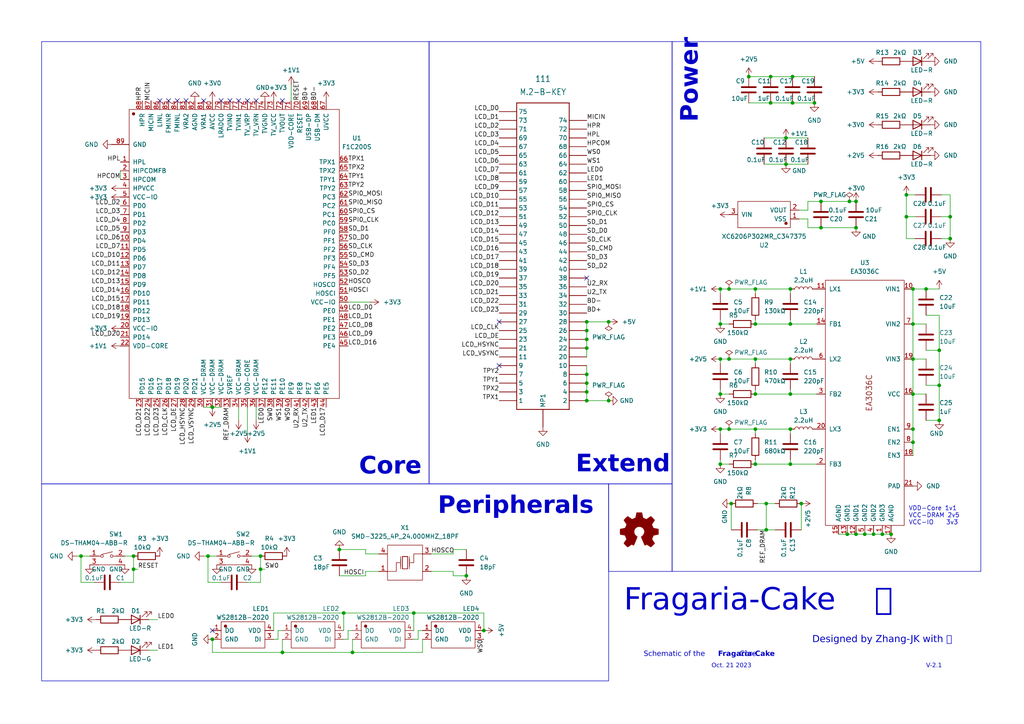
<source format=kicad_sch>
(kicad_sch (version 20230121) (generator eeschema)
  (paper "A4")
  (junction (at 222.25 146.05))
  (junction (at 227.965 47.625))
  (junction (at 75.565 165.1))
  (junction (at 23.495 161.29))
  (junction (at 250.825 154.94))
  (junction (at 264.795 114.3))
  (junction (at 229.235 93.98))
  (junction (at 120.015 177.8))
  (junction (at 170.18 98.425))
  (junction (at 255.905 154.94))
  (junction (at 219.075 114.3))
  (junction (at 81.915 189.23))
  (junction (at 219.075 104.14))
  (junction (at 262.89 62.865))
  (junction (at 272.415 121.92))
  (junction (at 248.285 58.42))
  (junction (at 227.965 40.005))
  (junction (at 208.915 114.3))
  (junction (at 170.18 95.885))
  (junction (at 229.87 29.845))
  (junction (at 262.89 56.515))
  (junction (at 217.17 22.225))
  (junction (at 208.915 104.14))
  (junction (at 219.075 93.98))
  (junction (at 102.235 189.23))
  (junction (at 245.745 154.94))
  (junction (at 268.605 83.82))
  (junction (at 219.075 134.62))
  (junction (at 253.365 154.94))
  (junction (at 229.87 22.225))
  (junction (at 38.735 165.1))
  (junction (at 135.255 167.005))
  (junction (at 232.41 146.05))
  (junction (at 248.285 154.94))
  (junction (at 229.235 83.82))
  (junction (at 60.325 161.29))
  (junction (at 99.695 177.8))
  (junction (at 272.415 101.6))
  (junction (at 98.425 159.385))
  (junction (at 208.915 83.82))
  (junction (at 211.455 83.82))
  (junction (at 75.565 161.29))
  (junction (at 264.795 124.46))
  (junction (at 212.09 146.05))
  (junction (at 229.235 124.46))
  (junction (at 211.455 104.14))
  (junction (at 219.075 83.82))
  (junction (at 170.18 93.345))
  (junction (at 248.285 66.04))
  (junction (at 61.595 118.11))
  (junction (at 170.18 111.125))
  (junction (at 38.735 161.29))
  (junction (at 275.59 69.215))
  (junction (at 229.235 104.14))
  (junction (at 208.915 134.62))
  (junction (at 229.235 134.62))
  (junction (at 219.075 124.46))
  (junction (at 264.795 83.82))
  (junction (at 229.235 114.3))
  (junction (at 236.22 29.845))
  (junction (at 176.53 93.345))
  (junction (at 208.915 124.46))
  (junction (at 223.52 29.845))
  (junction (at 222.25 153.67))
  (junction (at 246.38 58.42))
  (junction (at 238.125 58.42))
  (junction (at 208.915 93.98))
  (junction (at 258.445 154.94))
  (junction (at 170.18 116.205))
  (junction (at 211.455 124.46))
  (junction (at 275.59 62.865))
  (junction (at 264.795 104.14))
  (junction (at 264.795 93.98))
  (junction (at 176.53 116.205))
  (junction (at 223.52 22.225))
  (junction (at 61.595 185.42))
  (junction (at 238.125 66.04))
  (junction (at 272.415 111.76))
  (junction (at 140.335 182.88))
  (junction (at 264.795 128.27))
  (junction (at 170.18 113.665))
  (junction (at 170.18 108.585))
  (junction (at 170.18 100.965))
  (no_connect (at 51.435 29.21))
  (no_connect (at 81.915 29.21))
  (no_connect (at 170.18 80.645))
  (no_connect (at 64.135 29.21))
  (no_connect (at 74.295 29.21))
  (no_connect (at 71.755 29.21))
  (no_connect (at 48.895 29.21))
  (no_connect (at 61.595 182.88))
  (no_connect (at 59.055 29.21))
  (no_connect (at 46.355 29.21))
  (no_connect (at 53.975 29.21))
  (no_connect (at 66.675 29.21))
  (no_connect (at 144.78 93.345))
  (no_connect (at 144.78 106.045))
  (no_connect (at 69.215 29.21))
  (wire (pts (xy 238.125 66.04) (xy 248.285 66.04)))
  (wire (pts (xy 208.915 124.46) (xy 211.455 124.46)))
  (wire (pts (xy 34.925 49.53) (xy 34.925 52.07)))
  (wire (pts (xy 59.055 161.29) (xy 60.325 161.29)))
  (wire (pts (xy 106.045 160.655) (xy 106.045 159.385)))
  (wire (pts (xy 211.455 83.82) (xy 219.075 83.82)))
  (wire (pts (xy 23.495 168.91) (xy 27.305 168.91)))
  (wire (pts (xy 208.915 85.09) (xy 208.915 83.82)))
  (wire (pts (xy 253.365 154.94) (xy 255.905 154.94)))
  (wire (pts (xy 268.605 111.76) (xy 272.415 111.76)))
  (wire (pts (xy 59.055 118.11) (xy 61.595 118.11)))
  (wire (pts (xy 223.52 29.845) (xy 229.87 29.845)))
  (wire (pts (xy 223.52 22.225) (xy 229.87 22.225)))
  (wire (pts (xy 208.915 93.98) (xy 208.915 92.71)))
  (wire (pts (xy 238.125 58.42) (xy 246.38 58.42)))
  (wire (pts (xy 268.605 83.82) (xy 272.415 83.82)))
  (wire (pts (xy 264.795 93.98) (xy 264.795 104.14)))
  (wire (pts (xy 61.595 185.42) (xy 61.595 189.23)))
  (wire (pts (xy 219.075 124.46) (xy 229.235 124.46)))
  (wire (pts (xy 229.87 29.845) (xy 236.22 29.845)))
  (wire (pts (xy 84.455 24.765) (xy 84.455 29.21)))
  (wire (pts (xy 272.415 111.76) (xy 272.415 121.92)))
  (wire (pts (xy 211.455 124.46) (xy 219.075 124.46)))
  (wire (pts (xy 60.325 168.91) (xy 64.135 168.91)))
  (wire (pts (xy 222.25 146.05) (xy 219.71 146.05)))
  (wire (pts (xy 229.235 85.09) (xy 229.235 83.82)))
  (wire (pts (xy 81.915 189.23) (xy 102.235 189.23)))
  (wire (pts (xy 227.965 47.625) (xy 234.315 47.625)))
  (wire (pts (xy 246.38 58.42) (xy 248.285 58.42)))
  (wire (pts (xy 131.445 167.005) (xy 135.255 167.005)))
  (wire (pts (xy 106.045 159.385) (xy 98.425 159.385)))
  (wire (pts (xy 219.075 133.35) (xy 219.075 134.62)))
  (wire (pts (xy 217.17 22.225) (xy 223.52 22.225)))
  (wire (pts (xy 75.565 161.29) (xy 73.025 161.29)))
  (wire (pts (xy 264.795 114.3) (xy 268.605 114.3)))
  (wire (pts (xy 273.05 62.865) (xy 275.59 62.865)))
  (wire (pts (xy 229.87 22.225) (xy 236.22 22.225)))
  (wire (pts (xy 236.855 93.98) (xy 229.235 93.98)))
  (wire (pts (xy 229.235 113.03) (xy 229.235 114.3)))
  (wire (pts (xy 170.18 108.585) (xy 170.18 106.045)))
  (wire (pts (xy 75.565 161.29) (xy 75.565 165.1)))
  (wire (pts (xy 131.445 160.655) (xy 131.445 159.385)))
  (wire (pts (xy 211.455 104.14) (xy 219.075 104.14)))
  (wire (pts (xy 208.915 83.82) (xy 211.455 83.82)))
  (wire (pts (xy 102.235 182.88) (xy 100.965 182.88)))
  (wire (pts (xy 229.235 114.3) (xy 236.855 114.3)))
  (wire (pts (xy 229.235 105.41) (xy 229.235 104.14)))
  (wire (pts (xy 120.015 177.8) (xy 120.015 182.88)))
  (wire (pts (xy 264.795 93.98) (xy 268.605 93.98)))
  (wire (pts (xy 34.925 168.91) (xy 38.735 168.91)))
  (wire (pts (xy 264.795 104.14) (xy 268.605 104.14)))
  (wire (pts (xy 208.915 104.14) (xy 211.455 104.14)))
  (wire (pts (xy 224.79 146.05) (xy 222.25 146.05)))
  (wire (pts (xy 268.605 91.44) (xy 272.415 91.44)))
  (wire (pts (xy 262.89 56.515) (xy 265.43 56.515)))
  (wire (pts (xy 121.285 182.88) (xy 121.285 185.42)))
  (wire (pts (xy 60.325 161.29) (xy 62.865 161.29)))
  (wire (pts (xy 170.18 116.205) (xy 170.18 113.665)))
  (wire (pts (xy 60.325 161.29) (xy 60.325 168.91)))
  (wire (pts (xy 229.235 133.35) (xy 229.235 134.62)))
  (wire (pts (xy 81.915 182.88) (xy 80.645 182.88)))
  (wire (pts (xy 170.18 95.885) (xy 170.18 98.425)))
  (wire (pts (xy 219.075 114.3) (xy 229.235 114.3)))
  (wire (pts (xy 170.18 93.345) (xy 170.18 95.885)))
  (wire (pts (xy 212.09 146.05) (xy 212.09 153.67)))
  (wire (pts (xy 272.415 111.76) (xy 272.415 101.6)))
  (wire (pts (xy 100.965 185.42) (xy 99.695 185.42)))
  (wire (pts (xy 264.795 114.3) (xy 264.795 124.46)))
  (wire (pts (xy 219.075 83.82) (xy 229.235 83.82)))
  (wire (pts (xy 224.79 153.67) (xy 222.25 153.67)))
  (wire (pts (xy 262.89 62.865) (xy 262.89 56.515)))
  (wire (pts (xy 229.235 93.98) (xy 219.075 93.98)))
  (wire (pts (xy 61.595 189.23) (xy 81.915 189.23)))
  (wire (pts (xy 170.18 111.125) (xy 170.18 108.585)))
  (wire (pts (xy 231.775 60.96) (xy 234.315 60.96)))
  (wire (pts (xy 219.075 124.46) (xy 219.075 125.73)))
  (wire (pts (xy 102.235 189.23) (xy 122.555 189.23)))
  (wire (pts (xy 219.075 85.09) (xy 219.075 83.82)))
  (wire (pts (xy 176.53 93.345) (xy 170.18 93.345)))
  (wire (pts (xy 229.235 92.71) (xy 229.235 93.98)))
  (wire (pts (xy 222.25 153.67) (xy 219.71 153.67)))
  (wire (pts (xy 76.835 165.1) (xy 75.565 165.1)))
  (wire (pts (xy 38.735 168.91) (xy 38.735 165.1)))
  (wire (pts (xy 80.645 185.42) (xy 79.375 185.42)))
  (wire (pts (xy 120.015 177.8) (xy 99.695 177.8)))
  (wire (pts (xy 248.285 154.94) (xy 250.825 154.94)))
  (wire (pts (xy 268.605 121.92) (xy 272.415 121.92)))
  (wire (pts (xy 74.295 121.92) (xy 74.295 118.11)))
  (wire (pts (xy 170.18 98.425) (xy 170.18 100.965)))
  (wire (pts (xy 232.41 146.05) (xy 232.41 153.67)))
  (wire (pts (xy 125.095 160.655) (xy 131.445 160.655)))
  (wire (pts (xy 264.795 128.27) (xy 264.795 132.08)))
  (wire (pts (xy 264.795 124.46) (xy 264.795 128.27)))
  (wire (pts (xy 222.25 146.05) (xy 222.25 153.67)))
  (wire (pts (xy 262.89 62.865) (xy 265.43 62.865)))
  (wire (pts (xy 100.965 182.88) (xy 100.965 185.42)))
  (wire (pts (xy 272.415 101.6) (xy 268.605 101.6)))
  (wire (pts (xy 219.075 93.98) (xy 219.075 92.71)))
  (wire (pts (xy 264.795 83.82) (xy 268.605 83.82)))
  (wire (pts (xy 234.315 60.96) (xy 234.315 58.42)))
  (wire (pts (xy 98.425 167.005) (xy 106.045 167.005)))
  (wire (pts (xy 100.965 87.63) (xy 107.315 87.63)))
  (wire (pts (xy 211.455 93.98) (xy 208.915 93.98)))
  (wire (pts (xy 275.59 62.865) (xy 275.59 56.515)))
  (wire (pts (xy 265.43 69.215) (xy 262.89 69.215)))
  (wire (pts (xy 23.495 161.29) (xy 23.495 168.91)))
  (wire (pts (xy 140.335 182.88) (xy 140.335 177.8)))
  (wire (pts (xy 71.755 118.11) (xy 71.755 125.73)))
  (wire (pts (xy 38.735 161.29) (xy 38.735 165.1)))
  (wire (pts (xy 234.315 58.42) (xy 238.125 58.42)))
  (wire (pts (xy 250.825 154.94) (xy 253.365 154.94)))
  (wire (pts (xy 140.335 177.8) (xy 120.015 177.8)))
  (wire (pts (xy 80.645 182.88) (xy 80.645 185.42)))
  (wire (pts (xy 170.18 100.965) (xy 170.18 103.505)))
  (wire (pts (xy 208.915 134.62) (xy 208.915 133.35)))
  (wire (pts (xy 219.075 113.03) (xy 219.075 114.3)))
  (wire (pts (xy 69.215 121.92) (xy 69.215 118.11)))
  (wire (pts (xy 221.615 47.625) (xy 227.965 47.625)))
  (wire (pts (xy 131.445 165.735) (xy 131.445 167.005)))
  (wire (pts (xy 102.235 189.23) (xy 102.235 185.42)))
  (wire (pts (xy 121.285 185.42) (xy 120.015 185.42)))
  (wire (pts (xy 245.745 154.94) (xy 248.285 154.94)))
  (wire (pts (xy 227.965 40.005) (xy 234.315 40.005)))
  (wire (pts (xy 81.915 189.23) (xy 81.915 185.42)))
  (wire (pts (xy 122.555 182.88) (xy 121.285 182.88)))
  (wire (pts (xy 211.455 114.3) (xy 208.915 114.3)))
  (wire (pts (xy 122.555 189.23) (xy 122.555 185.42)))
  (wire (pts (xy 243.205 154.94) (xy 245.745 154.94)))
  (wire (pts (xy 234.315 63.5) (xy 234.315 66.04)))
  (wire (pts (xy 262.89 69.215) (xy 262.89 62.865)))
  (wire (pts (xy 99.695 177.8) (xy 99.695 182.88)))
  (wire (pts (xy 208.915 105.41) (xy 208.915 104.14)))
  (wire (pts (xy 275.59 69.215) (xy 275.59 62.865)))
  (wire (pts (xy 99.695 177.8) (xy 79.375 177.8)))
  (wire (pts (xy 170.18 113.665) (xy 170.18 111.125)))
  (wire (pts (xy 106.045 165.735) (xy 109.855 165.735)))
  (wire (pts (xy 79.375 177.8) (xy 79.375 182.88)))
  (wire (pts (xy 45.72 179.705) (xy 43.18 179.705)))
  (wire (pts (xy 219.075 104.14) (xy 219.075 105.41)))
  (wire (pts (xy 208.915 125.73) (xy 208.915 124.46)))
  (wire (pts (xy 106.045 167.005) (xy 106.045 165.735)))
  (wire (pts (xy 211.455 134.62) (xy 208.915 134.62)))
  (wire (pts (xy 125.095 165.735) (xy 131.445 165.735)))
  (wire (pts (xy 264.795 104.14) (xy 264.795 114.3)))
  (wire (pts (xy 38.735 161.29) (xy 36.195 161.29)))
  (wire (pts (xy 131.445 159.385) (xy 135.255 159.385)))
  (wire (pts (xy 234.315 66.04) (xy 238.125 66.04)))
  (wire (pts (xy 273.05 69.215) (xy 275.59 69.215)))
  (wire (pts (xy 75.565 168.91) (xy 75.565 165.1)))
  (wire (pts (xy 275.59 56.515) (xy 273.05 56.515)))
  (wire (pts (xy 22.225 161.29) (xy 23.495 161.29)))
  (wire (pts (xy 61.595 118.11) (xy 64.135 118.11)))
  (wire (pts (xy 221.615 40.005) (xy 227.965 40.005)))
  (wire (pts (xy 229.235 125.73) (xy 229.235 124.46)))
  (wire (pts (xy 208.915 114.3) (xy 208.915 113.03)))
  (wire (pts (xy 219.075 134.62) (xy 229.235 134.62)))
  (wire (pts (xy 255.905 154.94) (xy 258.445 154.94)))
  (wire (pts (xy 45.72 188.595) (xy 43.18 188.595)))
  (wire (pts (xy 217.17 29.845) (xy 223.52 29.845)))
  (wire (pts (xy 71.755 168.91) (xy 75.565 168.91)))
  (wire (pts (xy 229.235 134.62) (xy 236.855 134.62)))
  (wire (pts (xy 231.775 63.5) (xy 234.315 63.5)))
  (wire (pts (xy 170.18 116.205) (xy 176.53 116.205)))
  (wire (pts (xy 23.495 161.29) (xy 26.035 161.29)))
  (wire (pts (xy 40.005 165.1) (xy 38.735 165.1)))
  (wire (pts (xy 264.795 83.82) (xy 264.795 93.98)))
  (wire (pts (xy 219.075 104.14) (xy 229.235 104.14)))
  (wire (pts (xy 272.415 91.44) (xy 272.415 101.6)))
  (wire (pts (xy 109.855 160.655) (xy 106.045 160.655)))
  (rectangle (start 12.065 140.335) (end 176.53 197.485))
  (rectangle (start 194.945 12.065) (end 284.48 165.735))
  (rectangle (start 176.53 140.335) (end 194.945 165.735))
  (rectangle (start 12.065 12.065) (end 124.46 140.335))
  (rectangle (start 124.46 12.065) (end 194.945 140.335))
  (text "Peripherals" (at 127 151.13 0) (effects (font (size 5 5) (thickness 1) bold) (justify left bottom)))
  (text "Schematic of the               Core" (at 186.69 191.135 0) (effects (font (size 1.5 1.5)) (justify left bottom)))
  (text "Power\n" (at 204.47 35.56 90) (effects (font (size 5 5) (thickness 1) bold) (justify left bottom)))
  (text "V-2.1\n" (at 268.605 194.31 0) (effects (font (size 1.27 1.27)) (justify left bottom)))
  (text "Fragaria-Cake    " (at 180.975 179.705 0) (effects (font (size 6.35 6.35)) (justify left bottom)))
  (text "Oct. 21 2023\n" (at 206.375 194.31 0) (effects (font (size 1.27 1.27)) (justify left bottom)))
  (text "Designed by Zhang-JK with 󱢠" (at 235.585 187.325 0) (effects (font (size 2 2)) (justify left bottom)))
  (text "Core\n" (at 104.14 139.7 0) (effects (font (size 5 5) (thickness 1) bold) (justify left bottom)))
  (text "Fragaria-Cake" (at 208.28 191.135 0) (effects (font (size 1.5 1.5) (thickness 0.3) bold italic) (justify left bottom)))
  (text "VDD-Core 1v1\nVCC-DRAM 2v5\nVCC-IO	 3v3" (at 263.525 152.4 0) (effects (font (size 1.27 1.27)) (justify left bottom)))
  (text "Extend\n" (at 167.005 139.065 0) (effects (font (size 5 5) (thickness 1) bold) (justify left bottom)))
  (label "LED0" (at 45.72 179.705 0))
  (label "LCD_D21" (at 144.78 85.725 180))
  (label "LCD_D7" (at 144.78 50.165 180))
  (label "WS0" (at 170.18 45.085 0))
  (label "LCD_D8" (at 100.965 95.25 0))
  (label "LCD_D17" (at 144.78 75.565 180))
  (label "HOSCO" (at 125.095 160.655 0))
  (label "SD_D3" (at 100.965 77.47 0))
  (label "MICIN" (at 170.18 34.925 0))
  (label "LCD_HSYNC" (at 53.975 118.11 270))
  (label "BD+" (at 89.535 29.21 90))
  (label "SPI0_MOSI" (at 100.965 57.15 0))
  (label "LCD_VSYNC" (at 144.78 103.505 180))
  (label "LCD_D19" (at 34.925 92.71 180))
  (label "RESET" (at 86.995 29.21 90))
  (label "WS1" (at 170.18 47.625 0))
  (label "LED1" (at 92.075 118.11 270))
  (label "HPCOM" (at 170.18 42.545 0))
  (label "U2_TX" (at 170.18 85.725 0))
  (label "LCD_D3" (at 144.78 40.005 180))
  (label "LCD_CLK" (at 48.895 118.11 270))
  (label "HPCOM" (at 34.925 52.07 180))
  (label "TPY2" (at 100.965 54.61 0))
  (label "SW0" (at 76.835 165.1 0))
  (label "SW0" (at 79.375 118.11 270))
  (label "SD_CLK" (at 100.965 72.39 0))
  (label "LCD_HSYNC" (at 144.78 100.965 180))
  (label "LCD_D13" (at 34.925 82.55 180))
  (label "BD-" (at 92.075 29.21 90))
  (label "TPX2" (at 100.965 49.53 0))
  (label "LCD_D15" (at 144.78 70.485 180))
  (label "LCD_D3" (at 34.925 62.23 180))
  (label "BD-" (at 170.18 88.265 0))
  (label "LCD_D9" (at 100.965 97.79 0))
  (label "LCD_D12" (at 34.925 80.01 180))
  (label "SPI0_MISO" (at 170.18 57.785 0))
  (label "LCD_D2" (at 144.78 37.465 180))
  (label "LCD_D6" (at 144.78 47.625 180))
  (label "REF_DRAM" (at 66.675 118.11 270))
  (label "U2_RX" (at 86.995 118.11 270))
  (label "LCD_D2" (at 34.925 59.69 180))
  (label "SD_CMD" (at 100.965 74.93 0))
  (label "TPX2" (at 144.78 113.665 180))
  (label "WS0" (at 140.335 185.42 270))
  (label "LCD_D10" (at 144.78 57.785 180))
  (label "HOSCI" (at 100.965 85.09 0))
  (label "LED0" (at 170.18 50.165 0))
  (label "RESET" (at 40.005 165.1 0))
  (label "LCD_D17" (at 94.615 118.11 270))
  (label "LCD_VSYNC" (at 56.515 118.11 270))
  (label "LCD_CLK" (at 144.78 95.885 180))
  (label "SPI0_MISO" (at 100.965 59.69 0))
  (label "HPR" (at 170.18 37.465 0))
  (label "LCD_D16" (at 144.78 73.025 180))
  (label "LCD_D16" (at 100.965 100.33 0))
  (label "TPY1" (at 144.78 111.125 180))
  (label "BD+" (at 170.18 90.805 0))
  (label "LCD_D10" (at 34.925 74.93 180))
  (label "SPI0_CLK" (at 170.18 62.865 0))
  (label "LCD_D6" (at 34.925 69.85 180))
  (label "HPL" (at 34.925 46.99 180))
  (label "LCD_D1" (at 144.78 34.925 180))
  (label "LCD_D11" (at 144.78 60.325 180))
  (label "LCD_D1" (at 100.965 92.71 0))
  (label "TPX1" (at 100.965 46.99 0))
  (label "SD_CLK" (at 170.18 70.485 0))
  (label "LCD_D15" (at 34.925 87.63 180))
  (label "LED1" (at 170.18 52.705 0))
  (label "SPI0_CS" (at 170.18 60.325 0))
  (label "SD_D0" (at 100.965 69.85 0))
  (label "SD_D0" (at 170.18 67.945 0))
  (label "LCD_D21" (at 41.275 118.11 270))
  (label "LCD_D4" (at 34.925 64.77 180))
  (label "LCD_D5" (at 144.78 45.085 180))
  (label "LCD_D12" (at 144.78 62.865 180))
  (label "HPL" (at 170.18 40.005 0))
  (label "HOSCI" (at 99.695 167.005 0))
  (label "SD_D2" (at 170.18 78.105 0))
  (label "LED0" (at 76.835 118.11 270))
  (label "SD_D3" (at 170.18 75.565 0))
  (label "LCD_D14" (at 144.78 67.945 180))
  (label "LCD_D11" (at 34.925 77.47 180))
  (label "LCD_D23" (at 46.355 118.11 270))
  (label "LCD_DE" (at 144.78 98.425 180))
  (label "SD_CMD" (at 170.18 73.025 0))
  (label "LCD_D20" (at 144.78 83.185 180))
  (label "SPI0_MOSI" (at 170.18 55.245 0))
  (label "LCD_D18" (at 34.925 90.17 180))
  (label "LCD_D5" (at 34.925 67.31 180))
  (label "WS1" (at 81.915 118.11 270))
  (label "SD_D2" (at 100.965 80.01 0))
  (label "SPI0_CLK" (at 100.965 64.77 0))
  (label "U2_TX" (at 89.535 118.11 270))
  (label "TPY2" (at 144.78 108.585 180))
  (label "LCD_D4" (at 144.78 42.545 180))
  (label "LCD_DE" (at 51.435 118.11 270))
  (label "LCD_D19" (at 144.78 80.645 180))
  (label "LCD_D7" (at 34.925 72.39 180))
  (label "LCD_D0" (at 100.965 90.17 0))
  (label "LCD_D14" (at 34.925 85.09 180))
  (label "WS0" (at 84.455 118.11 270))
  (label "LCD_D13" (at 144.78 65.405 180))
  (label "HOSCO" (at 100.965 82.55 0))
  (label "LCD_D22" (at 144.78 88.265 180))
  (label "REF_DRAM" (at 222.25 153.67 270))
  (label "LCD_D18" (at 144.78 78.105 180))
  (label "LCD_D0" (at 144.78 32.385 180))
  (label "LCD_D23" (at 144.78 90.805 180))
  (label "LCD_D9" (at 144.78 55.245 180))
  (label "SD_D1" (at 100.965 67.31 0))
  (label "HPR" (at 41.275 29.21 90))
  (label "LCD_D8" (at 144.78 52.705 180))
  (label "MICIN" (at 43.815 29.21 90))
  (label "U2_RX" (at 170.18 83.185 0))
  (label "SPI0_CS" (at 100.965 62.23 0))
  (label "LCD_D20" (at 34.925 97.79 180))
  (label "TPY1" (at 100.965 52.07 0))
  (label "LCD_D22" (at 43.815 118.11 270))
  (label "TPX1" (at 144.78 116.205 180))
  (label "LED1" (at 45.72 188.595 0))
  (label "SD_D1" (at 170.18 65.405 0))
  (symbol (lib_id "Device:C") (at 269.24 62.865 90) (unit 1)
    (property "Reference" "C27" (at 266.7 65.405 90))
    (property "Value" "0.1uF" (at 271.78 65.405 90))
    (property "Footprint" "Capacitor_SMD:C_0603_1608Metric_Pad1.08x0.95mm_HandSolder" (effects hide))
  )
  (symbol (lib_id "Device:LED") (at 39.37 179.705 180) (unit 1)
    (property "Reference" "D1" (at 39.37 177.165 0))
    (property "Value" "LED-R" (at 40.64 182.245 0))
    (property "Footprint" "LED_SMD:LED_0603_1608Metric_Pad1.05x0.95mm_HandSolder" (effects hide))
  )
  (symbol (lib_id "power:GND") (at 208.915 134.62 0) (unit 1)
    (property "Reference" "#PWR045" (effects hide))
    (property "Value" "GND" (at 208.915 139.7 0))
  )
  (symbol (lib_id "kicad_lceda:DS-THAM04-ABB-R") (at 67.945 161.29 0) (unit 1)
    (property "Reference" "SW2" (at 70.485 154.94 0))
    (property "Value" "DS-THAM04-ABB-R" (at 64.135 157.48 0))
    (property "Footprint" "kicad_lceda:SW-SMD_D-SWITCH_DS-THAM04-ABB-R" (effects hide))
    (property "SuppliersPartNumber" "C2981352" (effects hide))
    (property "uuid" "std:0bd3f25823de4c59b6d8da307de749cf" (effects hide))
  )
  (symbol (lib_id "Device:C") (at 223.52 26.035 0) (unit 1)
    (property "Reference" "C11" (at 219.71 23.495 0) (effects (justify left)))
    (property "Value" "1uF" (at 219.71 28.575 0) (effects (justify left)))
    (property "Footprint" "Capacitor_SMD:C_0603_1608Metric_Pad1.08x0.95mm_HandSolder" (effects hide))
  )
  (symbol (lib_id "Device:C") (at 67.945 168.91 90) (unit 1)
    (property "Reference" "C2" (at 71.755 167.64 90))
    (property "Value" "0.1uF" (at 64.135 167.64 90))
    (property "Footprint" "Capacitor_SMD:C_0603_1608Metric_Pad1.08x0.95mm_HandSolder" (effects hide))
  )
  (symbol (lib_id "power:+1V1") (at 71.755 125.73 180) (unit 1)
    (property "Reference" "#PWR019" (effects hide))
    (property "Value" "+1V1" (at 71.755 130.81 0))
  )
  (symbol (lib_id "power:GND") (at 176.53 116.205 90) (unit 1)
    (property "Reference" "#PWR037" (effects hide))
    (property "Value" "GND" (at 179.705 116.205 90) (effects (justify right)))
  )
  (symbol (lib_id "Device:R") (at 79.375 161.29 90) (unit 1)
    (property "Reference" "R4" (at 78.105 156.21 90))
    (property "Value" "10kΩ" (at 78.105 158.75 90))
    (property "Footprint" "Resistor_SMD:R_0603_1608Metric_Pad0.98x0.95mm_HandSolder" (effects hide))
  )
  (symbol (lib_id "Device:R") (at 219.075 129.54 0) (unit 1)
    (property "Reference" "R11" (at 221.615 128.27 0) (effects (justify left)))
    (property "Value" "680kΩ" (at 221.615 130.81 0) (effects (justify left)))
    (property "Footprint" "Resistor_SMD:R_0603_1608Metric_Pad0.98x0.95mm_HandSolder" (effects hide))
  )
  (symbol (lib_id "Device:C") (at 268.605 107.95 0) (unit 1)
    (property "Reference" "C24" (at 272.415 106.68 0) (effects (justify left)))
    (property "Value" "10uF" (at 272.415 109.22 0) (effects (justify left)))
    (property "Footprint" "Capacitor_SMD:C_0603_1608Metric_Pad1.08x0.95mm_HandSolder" (effects hide))
  )
  (symbol (lib_id "power:GND") (at 98.425 159.385 180) (unit 1)
    (property "Reference" "#PWR027" (effects hide))
    (property "Value" "GND" (at 98.425 154.305 0))
  )
  (symbol (lib_id "Device:C") (at 135.255 163.195 0) (unit 1)
    (property "Reference" "C4" (at 139.065 161.925 0) (effects (justify left)))
    (property "Value" "18pF" (at 139.065 164.465 0) (effects (justify left)))
    (property "Footprint" "Capacitor_SMD:C_0603_1608Metric_Pad1.08x0.95mm_HandSolder" (effects hide))
  )
  (symbol (lib_id "Device:R") (at 215.9 146.05 270) (unit 1)
    (property "Reference" "R8" (at 217.17 140.97 0) (effects (justify left)))
    (property "Value" "2kΩ" (at 214.63 140.97 0) (effects (justify left)))
    (property "Footprint" "Resistor_SMD:R_0603_1608Metric_Pad0.98x0.95mm_HandSolder" (effects hide))
  )
  (symbol (lib_id "power:GND") (at 36.195 163.83 0) (unit 1)
    (property "Reference" "#PWR010" (effects hide))
    (property "Value" "GND" (at 33.655 165.1 0))
  )
  (symbol (lib_id "Device:C") (at 215.9 153.67 270) (unit 1)
    (property "Reference" "C8" (at 217.17 156.21 0) (effects (justify left)))
    (property "Value" "0.1uF" (at 214.63 156.21 0) (effects (justify left)))
    (property "Footprint" "Capacitor_SMD:C_0603_1608Metric_Pad1.08x0.95mm_HandSolder" (effects hide))
  )
  (symbol (lib_id "power:+3V3") (at 94.615 29.21 0) (unit 1)
    (property "Reference" "#PWR026" (effects hide))
    (property "Value" "+3V3" (at 94.615 24.13 0))
  )
  (symbol (lib_id "power:PWR_FLAG") (at 246.38 58.42 0) (unit 1)
    (property "Reference" "#FLG06" (effects hide))
    (property "Value" "PWR_FLAG" (at 240.665 56.515 0))
  )
  (symbol (lib_id "power:+3V3") (at 107.315 87.63 270) (unit 1)
    (property "Reference" "#PWR028" (effects hide))
    (property "Value" "+3V3" (at 111.125 87.63 90) (effects (justify left)))
  )
  (symbol (lib_id "power:GND") (at 76.835 29.21 180) (unit 1)
    (property "Reference" "#PWR022" (effects hide))
    (property "Value" "GND" (at 76.2 25.4 0))
  )
  (symbol (lib_id "power:GND") (at 157.48 123.825 0) (unit 1)
    (property "Reference" "#PWR033" (effects hide))
    (property "Value" "GND" (at 157.48 128.905 0))
  )
  (symbol (lib_id "Device:R") (at 215.265 93.98 90) (unit 1)
    (property "Reference" "R5" (at 212.725 91.44 90))
    (property "Value" "150kΩ" (at 213.995 96.52 90))
    (property "Footprint" "Resistor_SMD:R_0603_1608Metric_Pad0.98x0.95mm_HandSolder" (effects hide))
  )
  (symbol (lib_id "power:GND") (at 264.795 140.97 90) (unit 1)
    (property "Reference" "#PWR061" (effects hide))
    (property "Value" "GND" (at 268.605 140.97 90) (effects (justify right)))
  )
  (symbol (lib_id "Device:LED") (at 39.37 188.595 180) (unit 1)
    (property "Reference" "D2" (at 39.37 186.055 0))
    (property "Value" "LED-G" (at 40.64 191.135 0))
    (property "Footprint" "LED_SMD:LED_0603_1608Metric_Pad1.05x0.95mm_HandSolder" (effects hide))
  )
  (symbol (lib_id "Device:C") (at 221.615 43.815 0) (unit 1)
    (property "Reference" "C10" (at 217.805 41.275 0) (effects (justify left)))
    (property "Value" "0.1uF" (at 216.535 46.355 0) (effects (justify left)))
    (property "Footprint" "Capacitor_SMD:C_0603_1608Metric_Pad1.08x0.95mm_HandSolder" (effects hide))
  )
  (symbol (lib_name "WS2812B-2020_1") (lib_id "kicad_lceda:WS2812B-2020") (at 90.805 184.15 0) (unit 1)
    (property "Reference" "LED2" (at 98.425 176.53 0) (effects (justify right)))
    (property "Value" "WS2812B-2020" (at 98.425 179.07 0) (effects (justify right)))
    (property "Footprint" "kicad_lceda:LED-SMD_4P-L2.0-W2.0-TL_WS2812B-2020" (effects hide))
    (property "Datasheet" "http://www.szlcsc.com/product/details_1051115.html" (effects hide))
    (property "SuppliersPartNumber" "C965555" (effects hide))
    (property "uuid" "std:371a8ce38f9c42cbb1d0f093fe8eaedf" (effects hide))
  )
  (symbol (lib_id "kicad_lceda:SMD-3225_4P_24.000MHZ_18PF") (at 117.475 163.195 0) (unit 1)
    (property "Reference" "X1" (at 117.475 153.035 0))
    (property "Value" "SMD-3225_4P_24.000MHZ_18PF" (at 117.475 155.575 0))
    (property "Footprint" "kicad_lceda:CRYSTAL-SMD_4P-L3.2-W2.5-BL" (effects hide))
    (property "Datasheet" "http://www.szlcsc.com/product/details_337110.html" (effects hide))
    (property "SuppliersPartNumber" "C362370" (effects hide))
    (property "uuid" "std:7891d4267e6649859c5165f75c91a051" (effects hide))
  )
  (symbol (lib_id "Device:R") (at 219.075 109.22 0) (unit 1)
    (property "Reference" "R10" (at 221.615 107.95 0) (effects (justify left)))
    (property "Value" "470kΩ" (at 221.615 110.49 0) (effects (justify left)))
    (property "Footprint" "Resistor_SMD:R_0603_1608Metric_Pad0.98x0.95mm_HandSolder" (effects hide))
  )
  (symbol (lib_id "Device:LED") (at 266.065 26.67 180) (unit 1)
    (property "Reference" "D4" (at 266.065 24.13 0))
    (property "Value" "LED-R" (at 267.335 29.21 0))
    (property "Footprint" "LED_SMD:LED_0603_1608Metric_Pad1.05x0.95mm_HandSolder" (effects hide))
  )
  (symbol (lib_id "power:GND") (at 272.415 121.92 0) (unit 1)
    (property "Reference" "#PWR067" (effects hide))
    (property "Value" "GND" (at 273.685 125.73 0) (effects (justify right)))
  )
  (symbol (lib_id "Device:R") (at 219.075 88.9 0) (unit 1)
    (property "Reference" "R9" (at 221.615 87.63 0) (effects (justify left)))
    (property "Value" "130kΩ" (at 221.615 90.17 0) (effects (justify left)))
    (property "Footprint" "Resistor_SMD:R_0603_1608Metric_Pad0.98x0.95mm_HandSolder" (effects hide))
  )
  (symbol (lib_id "Device:R") (at 42.545 161.29 90) (unit 1)
    (property "Reference" "R3" (at 41.275 156.21 90))
    (property "Value" "10kΩ" (at 41.275 158.75 90))
    (property "Footprint" "Resistor_SMD:R_0603_1608Metric_Pad0.98x0.95mm_HandSolder" (effects hide))
  )
  (symbol (lib_id "Device:R") (at 258.445 17.78 90) (unit 1)
    (property "Reference" "R13" (at 255.905 15.24 90))
    (property "Value" "2kΩ" (at 260.985 15.24 90))
    (property "Footprint" "Resistor_SMD:R_0603_1608Metric_Pad0.98x0.95mm_HandSolder" (effects hide))
  )
  (symbol (lib_id "power:+2V5") (at 208.915 104.14 90) (unit 1)
    (property "Reference" "#PWR042" (effects hide))
    (property "Value" "+2V5" (at 205.105 104.14 90) (effects (justify left)))
  )
  (symbol (lib_id "Device:R") (at 215.265 134.62 90) (unit 1)
    (property "Reference" "R7" (at 212.725 132.08 90))
    (property "Value" "150kΩ" (at 213.995 137.16 90))
    (property "Footprint" "Resistor_SMD:R_0603_1608Metric_Pad0.98x0.95mm_HandSolder" (effects hide))
  )
  (symbol (lib_id "Device:LED") (at 266.065 36.195 180) (unit 1)
    (property "Reference" "D5" (at 266.065 33.655 0))
    (property "Value" "LED-R" (at 267.335 38.735 0))
    (property "Footprint" "LED_SMD:LED_0603_1608Metric_Pad1.05x0.95mm_HandSolder" (effects hide))
  )
  (symbol (lib_id "Device:C") (at 229.235 129.54 0) (unit 1)
    (property "Reference" "C16" (at 233.045 128.27 0) (effects (justify left)))
    (property "Value" "220pF" (at 233.045 130.81 0) (effects (justify left)))
    (property "Footprint" "Capacitor_SMD:C_0603_1608Metric_Pad1.08x0.95mm_HandSolder" (effects hide))
  )
  (symbol (lib_id "power:+2V5") (at 217.17 22.225 0) (unit 1)
    (property "Reference" "#PWR048" (effects hide))
    (property "Value" "+2V5" (at 217.17 17.145 0))
  )
  (symbol (lib_id "power:+3V0") (at 61.595 29.21 0) (unit 1)
    (property "Reference" "#PWR014" (effects hide))
    (property "Value" "+3V0" (at 61.595 24.13 0))
  )
  (symbol (lib_id "power:+2V5") (at 74.295 121.92 180) (unit 1)
    (property "Reference" "#PWR021" (effects hide))
    (property "Value" "+2V5" (at 74.295 125.73 0))
  )
  (symbol (lib_id "power:+3V3") (at 83.185 161.29 0) (unit 1)
    (property "Reference" "#PWR024" (effects hide))
    (property "Value" "+3V3" (at 83.185 156.21 0))
  )
  (symbol (lib_id "power:+3V0") (at 254.635 36.195 90) (unit 1)
    (property "Reference" "#PWR057" (effects hide))
    (property "Value" "+3V0" (at 250.825 36.195 90) (effects (justify left)))
  )
  (symbol (lib_id "power:+3V3") (at 27.94 179.705 90) (unit 1)
    (property "Reference" "#PWR03" (effects hide))
    (property "Value" "+3V3" (at 24.13 179.705 90) (effects (justify left)))
  )
  (symbol (lib_id "power:GND") (at 59.055 161.29 270) (unit 1)
    (property "Reference" "#PWR013" (effects hide))
    (property "Value" "GND" (at 55.245 161.29 90) (effects (justify right)))
  )
  (symbol (lib_id "power:GND") (at 269.875 26.67 90) (unit 1)
    (property "Reference" "#PWR063" (effects hide))
    (property "Value" "GND" (at 273.685 26.67 90) (effects (justify right)))
  )
  (symbol (lib_id "Device:C") (at 229.235 109.22 0) (unit 1)
    (property "Reference" "C15" (at 233.045 107.95 0) (effects (justify left)))
    (property "Value" "220pF" (at 233.045 110.49 0) (effects (justify left)))
    (property "Footprint" "Capacitor_SMD:C_0603_1608Metric_Pad1.08x0.95mm_HandSolder" (effects hide))
  )
  (symbol (lib_id "power:GND") (at 73.025 163.83 0) (unit 1)
    (property "Reference" "#PWR020" (effects hide))
    (property "Value" "GND" (at 70.485 165.1 0))
  )
  (symbol (lib_id "power:GND") (at 62.865 163.83 0) (unit 1)
    (property "Reference" "#PWR017" (effects hide))
    (property "Value" "GND" (at 65.405 165.1 0))
  )
  (symbol (lib_id "Device:C") (at 268.605 118.11 0) (unit 1)
    (property "Reference" "C25" (at 272.415 116.84 0) (effects (justify left)))
    (property "Value" "1uF" (at 272.415 119.38 0) (effects (justify left)))
    (property "Footprint" "Capacitor_SMD:C_0603_1608Metric_Pad1.08x0.95mm_HandSolder" (effects hide))
  )
  (symbol (lib_id "power:GND") (at 269.875 45.085 90) (unit 1)
    (property "Reference" "#PWR065" (effects hide))
    (property "Value" "GND" (at 273.685 45.085 90) (effects (justify right)))
  )
  (symbol (lib_id "Device:R") (at 215.265 114.3 90) (unit 1)
    (property "Reference" "R6" (at 212.725 111.76 90))
    (property "Value" "150kΩ" (at 213.995 116.84 90))
    (property "Footprint" "Resistor_SMD:R_0603_1608Metric_Pad0.98x0.95mm_HandSolder" (effects hide))
  )
  (symbol (lib_id "Device:R") (at 258.445 26.67 90) (unit 1)
    (property "Reference" "R14" (at 255.905 24.13 90))
    (property "Value" "2kΩ" (at 260.985 24.13 90))
    (property "Footprint" "Resistor_SMD:R_0603_1608Metric_Pad0.98x0.95mm_HandSolder" (effects hide))
  )
  (symbol (lib_name "WS2812B-2020_3") (lib_id "kicad_lceda:WS2812B-2020") (at 131.445 184.15 0) (unit 1)
    (property "Reference" "LED4" (at 139.065 176.53 0) (effects (justify right)))
    (property "Value" "WS2812B-2020" (at 139.065 179.07 0) (effects (justify right)))
    (property "Footprint" "kicad_lceda:LED-SMD_4P-L2.0-W2.0-TL_WS2812B-2020" (effects hide))
    (property "Datasheet" "http://www.szlcsc.com/product/details_1051115.html" (effects hide))
    (property "SuppliersPartNumber" "C965555" (effects hide))
    (property "uuid" "std:371a8ce38f9c42cbb1d0f093fe8eaedf" (effects hide))
  )
  (symbol (lib_id "power:+3V3") (at 34.925 54.61 90) (unit 1)
    (property "Reference" "#PWR06" (effects hide))
    (property "Value" "+3V3" (at 31.115 54.61 90) (effects (justify left)))
  )
  (symbol (lib_id "Device:C") (at 98.425 163.195 0) (unit 1)
    (property "Reference" "C3" (at 90.805 161.925 0) (effects (justify left)))
    (property "Value" "18pF" (at 90.805 164.465 0) (effects (justify left)))
    (property "Footprint" "Capacitor_SMD:C_0603_1608Metric_Pad1.08x0.95mm_HandSolder" (effects hide))
  )
  (symbol (lib_id "Device:LED") (at 266.065 17.78 180) (unit 1)
    (property "Reference" "D3" (at 266.065 15.24 0))
    (property "Value" "LED-R" (at 267.335 20.32 0))
    (property "Footprint" "LED_SMD:LED_0603_1608Metric_Pad1.05x0.95mm_HandSolder" (effects hide))
  )
  (symbol (lib_id "Device:C") (at 208.915 88.9 0) (unit 1)
    (property "Reference" "C5" (at 212.725 87.63 0) (effects (justify left)))
    (property "Value" "10uF" (at 212.725 90.17 0) (effects (justify left)))
    (property "Footprint" "Capacitor_SMD:C_0805_2012Metric_Pad1.18x1.45mm_HandSolder" (effects hide))
  )
  (symbol (lib_id "kicad_lceda:WS2812B-2020") (at 70.485 184.15 0) (unit 1)
    (property "Reference" "LED1" (at 78.105 176.53 0) (effects (justify right)))
    (property "Value" "WS2812B-2020" (at 78.105 179.07 0) (effects (justify right)))
    (property "Footprint" "kicad_lceda:LED-SMD_4P-L2.0-W2.0-TL_WS2812B-2020" (effects hide))
    (property "Datasheet" "http://www.szlcsc.com/product/details_1051115.html" (effects hide))
    (property "SuppliersPartNumber" "C965555" (effects hide))
    (property "uuid" "std:371a8ce38f9c42cbb1d0f093fe8eaedf" (effects hide))
  )
  (symbol (lib_id "Device:C") (at 229.87 26.035 0) (unit 1)
    (property "Reference" "C17" (at 226.06 23.495 0) (effects (justify left)))
    (property "Value" "0.1uF" (at 224.79 28.575 0) (effects (justify left)))
    (property "Footprint" "Capacitor_SMD:C_0603_1608Metric_Pad1.08x0.95mm_HandSolder" (effects hide))
  )
  (symbol (lib_id "power:+3V3") (at 262.89 56.515 0) (unit 1)
    (property "Reference" "#PWR060" (effects hide))
    (property "Value" "+3V3" (at 262.89 51.435 0))
  )
  (symbol (lib_id "power:+2V5") (at 61.595 118.11 180) (unit 1)
    (property "Reference" "#PWR015" (effects hide))
    (property "Value" "+2V5" (at 61.595 123.19 0))
  )
  (symbol (lib_name "WS2812B-2020_2") (lib_id "kicad_lceda:WS2812B-2020") (at 111.125 184.15 0) (unit 1)
    (property "Reference" "LED3" (at 118.745 176.53 0) (effects (justify right)))
    (property "Value" "WS2812B-2020" (at 118.745 179.07 0) (effects (justify right)))
    (property "Footprint" "kicad_lceda:LED-SMD_4P-L2.0-W2.0-TL_WS2812B-2020" (effects hide))
    (property "Datasheet" "http://www.szlcsc.com/product/details_1051115.html" (effects hide))
    (property "SuppliersPartNumber" "C965555" (effects hide))
    (property "uuid" "std:371a8ce38f9c42cbb1d0f093fe8eaedf" (effects hide))
  )
  (symbol (lib_id "power:+2V5") (at 254.635 45.085 90) (unit 1)
    (property "Reference" "#PWR058" (effects hide))
    (property "Value" "+2V5" (at 250.825 45.085 90) (effects (justify left)))
  )
  (symbol (lib_id "Device:LED") (at 266.065 45.085 180) (unit 1)
    (property "Reference" "D6" (at 266.065 42.545 0))
    (property "Value" "LED-R" (at 267.335 47.625 0))
    (property "Footprint" "LED_SMD:LED_0603_1608Metric_Pad1.05x0.95mm_HandSolder" (effects hide))
  )
  (symbol (lib_id "Device:C") (at 236.22 26.035 0) (unit 1)
    (property "Reference" "C19" (at 232.41 23.495 0) (effects (justify left)))
    (property "Value" "0.1uF" (at 231.14 28.575 0) (effects (justify left)))
    (property "Footprint" "Capacitor_SMD:C_0603_1608Metric_Pad1.08x0.95mm_HandSolder" (effects hide))
  )
  (symbol (lib_id "power:+3V0") (at 248.285 58.42 0) (unit 1)
    (property "Reference" "#PWR053" (effects hide))
    (property "Value" "+3V0" (at 248.285 54.61 0))
  )
  (symbol (lib_id "Device:R") (at 228.6 146.05 270) (unit 1)
    (property "Reference" "R12" (at 229.87 140.97 0) (effects (justify left)))
    (property "Value" "2kΩ" (at 227.33 140.97 0) (effects (justify left)))
    (property "Footprint" "Resistor_SMD:R_0603_1608Metric_Pad0.98x0.95mm_HandSolder" (effects hide))
  )
  (symbol (lib_id "Device:C") (at 31.115 168.91 90) (unit 1)
    (property "Reference" "C1" (at 34.925 167.64 90))
    (property "Value" "0.1uF" (at 27.305 167.64 90))
    (property "Footprint" "Capacitor_SMD:C_0603_1608Metric_Pad1.08x0.95mm_HandSolder" (effects hide))
  )
  (symbol (lib_id "Device:R") (at 31.75 188.595 90) (unit 1)
    (property "Reference" "R2" (at 29.21 186.055 90))
    (property "Value" "2kΩ" (at 34.29 186.055 90))
    (property "Footprint" "Resistor_SMD:R_0603_1608Metric_Pad0.98x0.95mm_HandSolder" (effects hide))
  )
  (symbol (lib_id "power:PWR_FLAG") (at 211.455 104.14 0) (unit 1)
    (property "Reference" "#FLG04" (effects hide))
    (property "Value" "PWR_FLAG" (at 217.805 102.235 0))
  )
  (symbol (lib_id "Device:C") (at 234.315 43.815 0) (unit 1)
    (property "Reference" "C18" (at 230.505 41.275 0) (effects (justify left)))
    (property "Value" "0.1uF" (at 229.235 46.355 0) (effects (justify left)))
    (property "Footprint" "Capacitor_SMD:C_0603_1608Metric_Pad1.08x0.95mm_HandSolder" (effects hide))
  )
  (symbol (lib_id "power:PWR_FLAG") (at 211.455 83.82 0) (unit 1)
    (property "Reference" "#FLG03" (effects hide))
    (property "Value" "PWR_FLAG" (at 217.805 81.915 0))
  )
  (symbol (lib_id "Device:C") (at 228.6 153.67 270) (unit 1)
    (property "Reference" "C13" (at 229.87 156.21 0) (effects (justify left)))
    (property "Value" "0.1uF" (at 227.33 156.21 0) (effects (justify left)))
    (property "Footprint" "Capacitor_SMD:C_0603_1608Metric_Pad1.08x0.95mm_HandSolder" (effects hide))
  )
  (symbol (lib_id "Graphic:Logo_Open_Hardware_Small") (at 185.42 154.305 0) (unit 1) (in_bom no) (on_board no)
    (property "Reference" "#SYM1" (effects hide))
    (property "Value" "Logo_Open_Hardware_Small" (effects hide))
    (property "Sim.Enable" "0" (effects hide))
  )
  (symbol (lib_id "power:+1V1") (at 227.965 40.005 0) (unit 1)
    (property "Reference" "#PWR049" (effects hide))
    (property "Value" "+1V1" (at 231.775 38.735 0))
  )
  (symbol (lib_id "power:GND") (at 135.255 167.005 0) (unit 1)
    (property "Reference" "#PWR029" (effects hide))
    (property "Value" "GND" (at 135.255 172.085 0))
  )
  (symbol (lib_id "power:+3V3") (at 254.635 26.67 90) (unit 1)
    (property "Reference" "#PWR056" (effects hide))
    (property "Value" "+3V3" (at 250.825 26.67 90) (effects (justify left)))
  )
  (symbol (lib_id "power:+3V3") (at 208.915 124.46 90) (unit 1)
    (property "Reference" "#PWR044" (effects hide))
    (property "Value" "+3V3" (at 205.105 124.46 90) (effects (justify left)))
  )
  (symbol (lib_id "power:GND") (at 248.285 66.04 0) (unit 1)
    (property "Reference" "#PWR054" (effects hide))
    (property "Value" "GND" (at 252.095 68.58 0))
  )
  (symbol (lib_id "power:GND") (at 22.225 161.29 270) (unit 1)
    (property "Reference" "#PWR01" (effects hide))
    (property "Value" "GND" (at 18.415 161.29 90) (effects (justify right)))
  )
  (symbol (lib_id "power:GND") (at 208.915 93.98 0) (unit 1)
    (property "Reference" "#PWR041" (effects hide))
    (property "Value" "GND" (at 208.915 99.06 0))
  )
  (symbol (lib_id "power:+3V3") (at 34.925 57.15 90) (unit 1)
    (property "Reference" "#PWR07" (effects hide))
    (property "Value" "+3V3" (at 31.115 57.15 90) (effects (justify left)))
  )
  (symbol (lib_id "M.2-Templates:M.2-B-KEY") (at 165.1 29.845 180) (unit 1)
    (property "Reference" "111" (at 157.48 22.86 0) (effects (font (size 1.778 1.5113))))
    (property "Value" "M.2-B-KEY" (at 157.48 26.67 0) (effects (font (size 1.778 1.5113))))
    (property "Footprint" "M.2-Templates:M.2-B-KEY" (effects hide))
  )
  (symbol (lib_id "power:GND") (at 212.09 146.05 270) (unit 1)
    (property "Reference" "#PWR047" (effects hide))
    (property "Value" "GND" (at 210.185 149.86 0))
  )
  (symbol (lib_id "power:GND") (at 56.515 29.21 180) (unit 1)
    (property "Reference" "#PWR012" (effects hide))
    (property "Value" "GND" (at 56.515 24.13 0))
  )
  (symbol (lib_id "Device:L") (at 233.045 83.82 90) (unit 1)
    (property "Reference" "L1" (at 233.045 78.74 90))
    (property "Value" "2.2uH" (at 233.045 81.28 90))
    (property "Footprint" "Inductor_SMD:L_Changjiang_FNR3015S" (effects hide))
  )
  (symbol (lib_id "kicad_lceda:XC6206P302MR_C347375") (at 221.615 62.23 180) (unit 1)
    (property "Reference" "U2" (at 221.615 71.12 0))
    (property "Value" "XC6206P302MR_C347375" (at 221.615 68.58 0))
    (property "Footprint" "kicad_lceda:SOT-23-3_L3.0-W1.7-P0.95-LS2.9-BR" (effects hide))
    (property "Datasheet" "http://www.szlcsc.com/product/details_324035.html" (effects hide))
    (property "SuppliersPartNumber" "C347375" (effects hide))
    (property "uuid" "std:85fc9bf2e473405ab55e0a036f7cf2e9" (effects hide))
  )
  (symbol (lib_id "Device:L") (at 233.045 124.46 90) (unit 1)
    (property "Reference" "L3" (at 233.045 119.38 90))
    (property "Value" "2.2uH" (at 233.045 121.92 90))
    (property "Footprint" "Inductor_SMD:L_Changjiang_FNR3015S" (effects hide))
  )
  (symbol (lib_id "power:+3V3") (at 27.94 188.595 90) (unit 1)
    (property "Reference" "#PWR04" (effects hide))
    (property "Value" "+3V3" (at 24.13 188.595 90) (effects (justify left)))
  )
  (symbol (lib_id "Device:R") (at 258.445 45.085 90) (unit 1)
    (property "Reference" "R16" (at 255.905 42.545 90))
    (property "Value" "2kΩ" (at 260.985 42.545 90))
    (property "Footprint" "Resistor_SMD:R_0603_1608Metric_Pad0.98x0.95mm_HandSolder" (effects hide))
  )
  (symbol (lib_id "power:+1V1") (at 208.915 83.82 90) (unit 1)
    (property "Reference" "#PWR040" (effects hide))
    (property "Value" "+1V1" (at 205.105 83.82 90) (effects (justify left)))
  )
  (symbol (lib_id "power:+3V3") (at 211.455 62.23 90) (unit 1)
    (property "Reference" "#PWR046" (effects hide))
    (property "Value" "+3V3" (at 211.455 59.69 90) (effects (justify left)))
  )
  (symbol (lib_id "kicad_lceda:F1C200S") (at 66.675 73.66 0) (unit 1)
    (property "Reference" "U1" (at 103.505 40.0619 0))
    (property "Value" "F1C200S" (at 103.505 42.6019 0))
    (property "Footprint" "kicad_lceda:QFN-88_L10.0-W10.0-P0.40-BL-EP6.75" (effects hide))
    (property "SuppliersPartNumber" "C2879851" (effects hide))
    (property "uuid" "std:26cf682387b44cd593af8b5ec57a7e49" (effects hide))
  )
  (symbol (lib_id "Device:C") (at 268.605 97.79 0) (unit 1)
    (property "Reference" "C23" (at 272.415 96.52 0) (effects (justify left)))
    (property "Value" "10uF" (at 272.415 99.06 0) (effects (justify left)))
    (property "Footprint" "Capacitor_SMD:C_0603_1608Metric_Pad1.08x0.95mm_HandSolder" (effects hide))
  )
  (symbol (lib_id "power:+2V5") (at 232.41 146.05 270) (unit 1)
    (property "Reference" "#PWR051" (effects hide))
    (property "Value" "+2V5" (at 234.315 150.495 0))
  )
  (symbol (lib_id "power:+3V3") (at 34.925 95.25 90) (unit 1)
    (property "Reference" "#PWR08" (effects hide))
    (property "Value" "+3V3" (at 31.115 95.25 90) (effects (justify left)))
  )
  (symbol (lib_id "power:GND") (at 61.595 185.42 270) (unit 1)
    (property "Reference" "#PWR016" (effects hide))
    (property "Value" "GND" (at 56.515 185.42 0))
  )
  (symbol (lib_id "Device:R") (at 31.75 179.705 90) (unit 1)
    (property "Reference" "R1" (at 29.21 177.165 90))
    (property "Value" "2kΩ" (at 34.29 177.165 90))
    (property "Footprint" "Resistor_SMD:R_0603_1608Metric_Pad0.98x0.95mm_HandSolder" (effects hide))
  )
  (symbol (lib_id "Device:L") (at 233.045 104.14 90) (unit 1)
    (property "Reference" "L2" (at 233.045 99.06 90))
    (property "Value" "2.2uH" (at 233.045 101.6 90))
    (property "Footprint" "Inductor_SMD:L_Changjiang_FNR3015S" (effects hide))
  )
  (symbol (lib_id "Device:C") (at 217.17 26.035 0) (unit 1)
    (property "Reference" "C9" (at 213.36 23.495 0) (effects (justify left)))
    (property "Value" "10uF" (at 212.09 28.575 0) (effects (justify left)))
    (property "Footprint" "Capacitor_SMD:C_0603_1608Metric_Pad1.08x0.95mm_HandSolder" (effects hide))
  )
  (symbol (lib_id "power:+2V5") (at 69.215 121.92 180) (unit 1)
    (property "Reference" "#PWR018" (effects hide))
    (property "Value" "+2V5" (at 69.215 125.73 0))
  )
  (symbol (lib_id "power:GND") (at 258.445 154.94 0) (unit 1)
    (property "Reference" "#PWR059" (effects hide))
    (property "Value" "GND" (at 258.445 160.02 0))
  )
  (symbol (lib_id "Device:C") (at 229.235 88.9 0) (unit 1)
    (property "Reference" "C14" (at 233.045 87.63 0) (effects (justify left)))
    (property "Value" "220pF" (at 233.045 90.17 0) (effects (justify left)))
    (property "Footprint" "Capacitor_SMD:C_0603_1608Metric_Pad1.08x0.95mm_HandSolder" (effects hide))
  )
  (symbol (lib_id "power:GND") (at 269.875 36.195 90) (unit 1)
    (property "Reference" "#PWR064" (effects hide))
    (property "Value" "GND" (at 273.685 36.195 90) (effects (justify right)))
  )
  (symbol (lib_id "power:+3V3") (at 79.375 29.21 0) (unit 1)
    (property "Reference" "#PWR023" (effects hide))
    (property "Value" "+3V3" (at 80.645 25.4 0))
  )
  (symbol (lib_id "power:GND") (at 236.22 29.845 0) (unit 1)
    (property "Reference" "#PWR052" (effects hide))
    (property "Value" "GND" (at 236.22 34.925 0))
  )
  (symbol (lib_id "Device:C") (at 269.24 69.215 90) (unit 1)
    (property "Reference" "C28" (at 266.7 71.755 90))
    (property "Value" "0.1uF" (at 271.78 71.755 90))
    (property "Footprint" "Capacitor_SMD:C_0603_1608Metric_Pad1.08x0.95mm_HandSolder" (effects hide))
  )
  (symbol (lib_id "power:PWR_FLAG") (at 176.53 116.205 0) (unit 1)
    (property "Reference" "#FLG02" (effects hide))
    (property "Value" "PWR_FLAG" (at 176.53 111.76 0))
  )
  (symbol (lib_id "Device:C") (at 208.915 109.22 0) (unit 1)
    (property "Reference" "C6" (at 212.725 107.95 0) (effects (justify left)))
    (property "Value" "10uF" (at 212.725 110.49 0) (effects (justify left)))
    (property "Footprint" "Capacitor_SMD:C_0805_2012Metric_Pad1.18x1.45mm_HandSolder" (effects hide))
  )
  (symbol (lib_id "power:PWR_FLAG") (at 211.455 124.46 0) (unit 1)
    (property "Reference" "#FLG05" (effects hide))
    (property "Value" "PWR_FLAG" (at 217.805 122.555 0))
  )
  (symbol (lib_id "Device:C") (at 238.125 62.23 180) (unit 1)
    (property "Reference" "C20" (at 244.475 63.5 0) (effects (justify left)))
    (property "Value" "0.1uF" (at 245.745 60.96 0) (effects (justify left)))
    (property "Footprint" "Capacitor_SMD:C_0603_1608Metric_Pad1.08x0.95mm_HandSolder" (effects hide))
  )
  (symbol (lib_id "power:GND") (at 269.875 17.78 90) (unit 1)
    (property "Reference" "#PWR062" (effects hide))
    (property "Value" "GND" (at 273.685 17.78 90) (effects (justify right)))
  )
  (symbol (lib_id "power:+3V3") (at 46.355 161.29 0) (unit 1)
    (property "Reference" "#PWR011" (effects hide))
    (property "Value" "+3V3" (at 46.355 156.21 0))
  )
  (symbol (lib_id "Device:C") (at 227.965 43.815 0) (unit 1)
    (property "Reference" "C12" (at 224.155 41.275 0) (effects (justify left)))
    (property "Value" "0.1uF" (at 222.885 46.355 0) (effects (justify left)))
    (property "Footprint" "Capacitor_SMD:C_0603_1608Metric_Pad1.08x0.95mm_HandSolder" (effects hide))
  )
  (symbol (lib_id "power:+5V") (at 140.335 182.88 270) (unit 1)
    (property "Reference" "#PWR032" (effects hide))
    (property "Value" "+5V" (at 145.415 182.88 0))
  )
  (symbol (lib_id "power:GND") (at 32.385 41.91 270) (unit 1)
    (property "Reference" "#PWR05" (effects hide))
    (property "Value" "GND" (at 28.575 41.91 90) (effects (justify right)))
  )
  (symbol (lib_id "power:+5V") (at 254.635 17.78 90) (unit 1)
    (property "Reference" "#PWR055" (effects hide))
    (property "Value" "+5V" (at 250.825 17.78 90) (effects (justify left)))
  )
  (symbol (lib_id "Device:C") (at 268.605 87.63 0) (unit 1)
    (property "Reference" "C22" (at 272.415 86.36 0) (effects (justify left)))
    (property "Value" "10uF" (at 272.415 88.9 0) (effects (justify left)))
    (property "Footprint" "Capacitor_SMD:C_0603_1608Metric_Pad1.08x0.95mm_HandSolder" (effects hide))
  )
  (symbol (lib_id "power:+5V") (at 176.53 93.345 270) (unit 1)
    (property "Reference" "#PWR036" (effects hide))
    (property "Value" "+5V" (at 180.34 93.345 90) (effects (justify left)))
  )
  (symbol (lib_id "power:+1V1") (at 84.455 24.765 0) (unit 1)
    (property "Reference" "#PWR025" (effects hide))
    (property "Value" "+1V1" (at 84.455 20.32 0))
  )
  (symbol (lib_id "Device:C") (at 269.24 56.515 90) (unit 1)
    (property "Reference" "C26" (at 266.7 59.055 90))
    (property "Value" "0.1uF" (at 271.78 59.055 90))
    (property "Footprint" "Capacitor_SMD:C_0603_1608Metric_Pad1.08x0.95mm_HandSolder" (effects hide))
  )
  (symbol (lib_id "power:+1V1") (at 34.925 100.33 90) (unit 1)
    (property "Reference" "#PWR09" (effects hide))
    (property "Value" "+1V1" (at 31.115 100.33 90) (effects (justify left)))
  )
  (symbol (lib_id "kicad_lceda:DS-THAM04-ABB-R") (at 31.115 161.29 0) (unit 1)
    (property "Reference" "SW1" (at 33.655 154.94 0))
    (property "Value" "DS-THAM04-ABB-R" (at 27.305 157.48 0))
    (property "Footprint" "kicad_lceda:SW-SMD_D-SWITCH_DS-THAM04-ABB-R" (effects hide))
    (property "SuppliersPartNumber" "C2981352" (effects hide))
    (property "uuid" "std:0bd3f25823de4c59b6d8da307de749cf" (effects hide))
  )
  (symbol (lib_id "power:+5V") (at 272.415 83.82 0) (unit 1)
    (property "Reference" "#PWR066" (effects hide))
    (property "Value" "+5V" (at 272.415 78.74 0))
  )
  (symbol (lib_id "power:PWR_FLAG") (at 176.53 93.345 180) (unit 1)
    (property "Reference" "#FLG01" (effects hide))
    (property "Value" "PWR_FLAG" (at 176.53 97.79 0))
  )
  (symbol (lib_id "power:GND") (at 275.59 69.215 0) (unit 1)
    (property "Reference" "#PWR068" (effects hide))
    (property "Value" "GND" (at 275.59 74.295 0))
  )
  (symbol (lib_id "power:GND") (at 26.035 163.83 0) (unit 1)
    (property "Reference" "#PWR02" (effects hide))
    (property "Value" "GND" (at 28.575 165.1 0))
  )
  (symbol (lib_id "Device:C") (at 248.285 62.23 180) (unit 1)
    (property "Reference" "C21" (at 254.635 63.5 0) (effects (justify left)))
    (property "Value" "10uF" (at 255.905 60.96 0) (effects (justify left)))
    (property "Footprint" "Capacitor_SMD:C_0603_1608Metric_Pad1.08x0.95mm_HandSolder" (effects hide))
  )
  (symbol (lib_id "Device:R") (at 258.445 36.195 90) (unit 1)
    (property "Reference" "R15" (at 255.905 33.655 90))
    (property "Value" "2kΩ" (at 260.985 33.655 90))
    (property "Footprint" "Resistor_SMD:R_0603_1608Metric_Pad0.98x0.95mm_HandSolder" (effects hide))
  )
  (symbol (lib_id "Device:C") (at 208.915 129.54 0) (unit 1)
    (property "Reference" "C7" (at 212.725 128.27 0) (effects (justify left)))
    (property "Value" "10uF" (at 212.725 130.81 0) (effects (justify left)))
    (property "Footprint" "Capacitor_SMD:C_0805_2012Metric_Pad1.18x1.45mm_HandSolder" (effects hide))
  )
  (symbol (lib_id "power:GND") (at 227.965 47.625 0) (unit 1)
    (property "Reference" "#PWR050" (effects hide))
    (property "Value" "GND" (at 231.775 49.53 0))
  )
  (symbol (lib_id "power:GND") (at 208.915 114.3 0) (unit 1)
    (property "Reference" "#PWR043" (effects hide))
    (property "Value" "GND" (at 208.915 119.38 0))
  )
  (symbol (lib_id "kicad_lceda:EA3036C") (at 250.825 118.11 0) (unit 1)
    (property "Reference" "U3" (at 250.825 76.2 0))
    (property "Value" "EA3036C" (at 250.825 78.74 0))
    (property "Footprint" "Package_DFN_QFN:WQFN-20-1EP_3x3mm_P0.4mm_EP1.7x1.7mm_ThermalVias" (effects hide))
    (property "uuid" "std:c6958869d0854f87b0332ec254e2db6d" (effects hide))
  )
)
</source>
